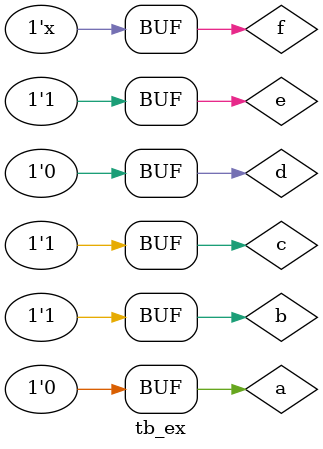
<source format=v>

/*
"="   阻塞赋值运算符
"<="  非阻塞赋值运算符

阻塞赋值运算符：阻塞赋值运算符在执行赋值操作时，会暂停当前进程的执行，直到赋值完成。
这意味着在当前时间步内，其他进程无法访问或修改被赋值的变量，直到该变量的值更新完毕。

非阻塞赋值运算符：非阻塞赋值运算符在执行赋值操作时，不会暂停当前进程的执行。
这意味着在当前时间步内，其他进程仍然可以访问或修改被赋值的变量，即使该变量的值尚未更新完毕。




*/
`timescale 1ns / 1ps

module tb_ex;
reg                     a               ;
reg                     b               ;   
reg                     c               ;
reg                     d               ;
reg                     e               ;
reg                     f               ;
//阻塞赋值与非阻塞赋值的区别：
//阻塞赋值

initial begin
    a = 0;
    b = 1;
    c = a+b;
end

//非阻塞赋值

initial begin
    d <= 0;
    e <= 1;
    f <= d+e;
end


endmodule
</source>
